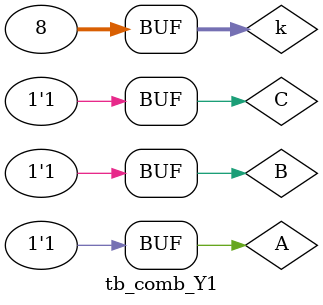
<source format=v>
module tb_comb_Y1;
    wire Y;
    reg A,B,C;

    comb_Y1 a(Y,A,B,C);

    integer k;

    initial
    begin
        for(k=0;k<8;k=k+1)
        begin
            {A,B,C} = k;
            #5;
        end
    end

    initial
        $monitor("At time %4t, A=%b, B=%b, C=%b, Y=%b",
                    $time, A, B, C, Y);
endmodule

</source>
